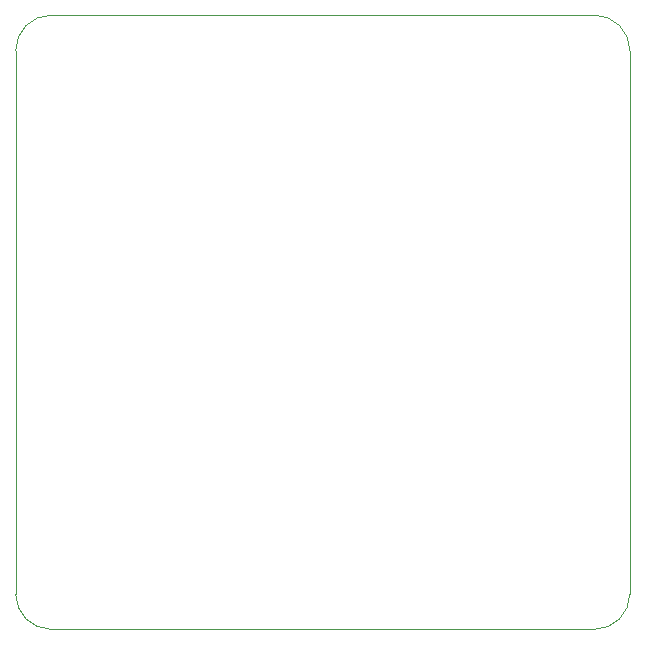
<source format=gm1>
%TF.GenerationSoftware,KiCad,Pcbnew,8.0.8-8.0.8-0~ubuntu24.04.1*%
%TF.CreationDate,2025-02-01T12:16:17-07:00*%
%TF.ProjectId,Control Board,436f6e74-726f-46c2-9042-6f6172642e6b,rev?*%
%TF.SameCoordinates,Original*%
%TF.FileFunction,Profile,NP*%
%FSLAX46Y46*%
G04 Gerber Fmt 4.6, Leading zero omitted, Abs format (unit mm)*
G04 Created by KiCad (PCBNEW 8.0.8-8.0.8-0~ubuntu24.04.1) date 2025-02-01 12:16:17*
%MOMM*%
%LPD*%
G01*
G04 APERTURE LIST*
%TA.AperFunction,Profile*%
%ADD10C,0.050000*%
%TD*%
G04 APERTURE END LIST*
D10*
X134000000Y-75600000D02*
G75*
G02*
X137000000Y-72600000I3000000J0D01*
G01*
X134000000Y-121600000D02*
X134000000Y-75600000D01*
X137000000Y-124600000D02*
G75*
G02*
X134000000Y-121600000I0J3000000D01*
G01*
X183000000Y-124600000D02*
X137000000Y-124600000D01*
X183000000Y-72600000D02*
G75*
G02*
X186000000Y-75600000I0J-3000000D01*
G01*
X186000000Y-121600000D02*
G75*
G02*
X183000000Y-124600000I-3000000J0D01*
G01*
X186000000Y-75600000D02*
X186000000Y-121600000D01*
X137000000Y-72600000D02*
X183000000Y-72600000D01*
M02*

</source>
